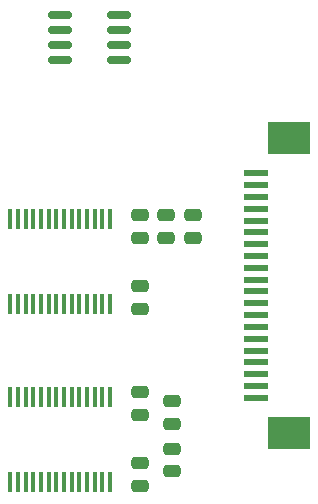
<source format=gtp>
G04 #@! TF.GenerationSoftware,KiCad,Pcbnew,8.0.5*
G04 #@! TF.CreationDate,2024-09-14T16:10:14+01:00*
G04 #@! TF.ProjectId,DataShield,44617461-5368-4696-956c-642e6b696361,rev?*
G04 #@! TF.SameCoordinates,Original*
G04 #@! TF.FileFunction,Paste,Top*
G04 #@! TF.FilePolarity,Positive*
%FSLAX46Y46*%
G04 Gerber Fmt 4.6, Leading zero omitted, Abs format (unit mm)*
G04 Created by KiCad (PCBNEW 8.0.5) date 2024-09-14 16:10:14*
%MOMM*%
%LPD*%
G01*
G04 APERTURE LIST*
G04 Aperture macros list*
%AMRoundRect*
0 Rectangle with rounded corners*
0 $1 Rounding radius*
0 $2 $3 $4 $5 $6 $7 $8 $9 X,Y pos of 4 corners*
0 Add a 4 corners polygon primitive as box body*
4,1,4,$2,$3,$4,$5,$6,$7,$8,$9,$2,$3,0*
0 Add four circle primitives for the rounded corners*
1,1,$1+$1,$2,$3*
1,1,$1+$1,$4,$5*
1,1,$1+$1,$6,$7*
1,1,$1+$1,$8,$9*
0 Add four rect primitives between the rounded corners*
20,1,$1+$1,$2,$3,$4,$5,0*
20,1,$1+$1,$4,$5,$6,$7,0*
20,1,$1+$1,$6,$7,$8,$9,0*
20,1,$1+$1,$8,$9,$2,$3,0*%
G04 Aperture macros list end*
%ADD10R,2.000000X0.610000*%
%ADD11R,3.600000X2.680000*%
%ADD12RoundRect,0.250000X0.475000X-0.250000X0.475000X0.250000X-0.475000X0.250000X-0.475000X-0.250000X0*%
%ADD13RoundRect,0.250000X-0.475000X0.250000X-0.475000X-0.250000X0.475000X-0.250000X0.475000X0.250000X0*%
%ADD14RoundRect,0.150000X-0.825000X-0.150000X0.825000X-0.150000X0.825000X0.150000X-0.825000X0.150000X0*%
%ADD15R,0.450000X1.750000*%
G04 APERTURE END LIST*
D10*
X194110000Y-85000000D03*
X194110000Y-84000000D03*
X194110000Y-83000000D03*
X194110000Y-82000000D03*
X194110000Y-81000000D03*
X194110000Y-80000000D03*
X194110000Y-79000000D03*
X194110000Y-78000000D03*
X194110000Y-77000000D03*
X194110000Y-76000000D03*
X194110000Y-75000000D03*
X194110000Y-74000000D03*
X194110000Y-73000000D03*
X194110000Y-72000000D03*
X194110000Y-71000000D03*
X194110000Y-70000000D03*
X194110000Y-69000000D03*
X194110000Y-68000000D03*
X194110000Y-67000000D03*
X194110000Y-66000000D03*
D11*
X196910000Y-87990000D03*
X196910000Y-63010000D03*
D12*
X186500000Y-71450000D03*
X186500000Y-69550000D03*
D13*
X184250000Y-84550000D03*
X184250000Y-86450000D03*
D14*
X177525000Y-52595000D03*
X177525000Y-53865000D03*
X177525000Y-55135000D03*
X177525000Y-56405000D03*
X182475000Y-56405000D03*
X182475000Y-55135000D03*
X182475000Y-53865000D03*
X182475000Y-52595000D03*
D13*
X184250000Y-75550000D03*
X184250000Y-77450000D03*
D12*
X187000000Y-87200000D03*
X187000000Y-85300000D03*
D13*
X184250000Y-69550000D03*
X184250000Y-71450000D03*
D15*
X173275000Y-77100000D03*
X173925000Y-77100000D03*
X174575000Y-77100000D03*
X175225000Y-77100000D03*
X175875000Y-77100000D03*
X176525000Y-77100000D03*
X177175000Y-77100000D03*
X177825000Y-77100000D03*
X178475000Y-77100000D03*
X179125000Y-77100000D03*
X179775000Y-77100000D03*
X180425000Y-77100000D03*
X181075000Y-77100000D03*
X181725000Y-77100000D03*
X181725000Y-69900000D03*
X181075000Y-69900000D03*
X180425000Y-69900000D03*
X179775000Y-69900000D03*
X179125000Y-69900000D03*
X178475000Y-69900000D03*
X177825000Y-69900000D03*
X177175000Y-69900000D03*
X176525000Y-69900000D03*
X175875000Y-69900000D03*
X175225000Y-69900000D03*
X174575000Y-69900000D03*
X173925000Y-69900000D03*
X173275000Y-69900000D03*
D12*
X187000000Y-91200000D03*
X187000000Y-89300000D03*
D13*
X184250000Y-90550000D03*
X184250000Y-92450000D03*
D15*
X173275000Y-92100000D03*
X173925000Y-92100000D03*
X174575000Y-92100000D03*
X175225000Y-92100000D03*
X175875000Y-92100000D03*
X176525000Y-92100000D03*
X177175000Y-92100000D03*
X177825000Y-92100000D03*
X178475000Y-92100000D03*
X179125000Y-92100000D03*
X179775000Y-92100000D03*
X180425000Y-92100000D03*
X181075000Y-92100000D03*
X181725000Y-92100000D03*
X181725000Y-84900000D03*
X181075000Y-84900000D03*
X180425000Y-84900000D03*
X179775000Y-84900000D03*
X179125000Y-84900000D03*
X178475000Y-84900000D03*
X177825000Y-84900000D03*
X177175000Y-84900000D03*
X176525000Y-84900000D03*
X175875000Y-84900000D03*
X175225000Y-84900000D03*
X174575000Y-84900000D03*
X173925000Y-84900000D03*
X173275000Y-84900000D03*
D13*
X188750000Y-69550000D03*
X188750000Y-71450000D03*
M02*

</source>
